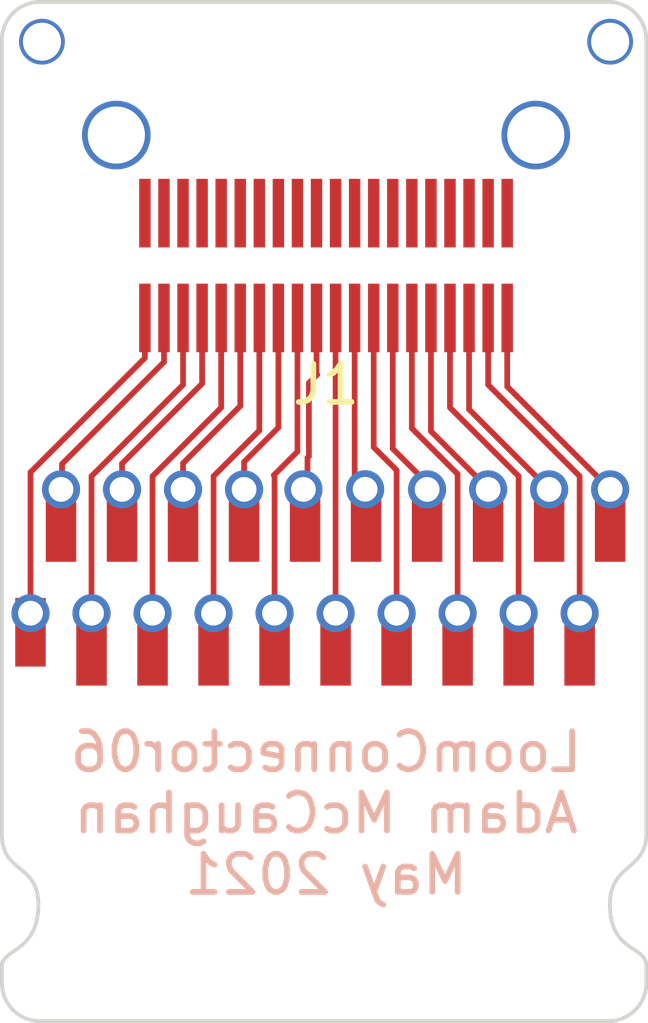
<source format=kicad_pcb>
(kicad_pcb (version 20171130) (host pcbnew "(5.1.10)-1")

  (general
    (thickness 1.6)
    (drawings 95)
    (tracks 87)
    (zones 0)
    (modules 1)
    (nets 22)
  )

  (page A4)
  (layers
    (0 F.Cu signal)
    (31 B.Cu signal)
    (32 B.Adhes user)
    (33 F.Adhes user)
    (34 B.Paste user)
    (35 F.Paste user)
    (36 B.SilkS user)
    (37 F.SilkS user hide)
    (38 B.Mask user)
    (39 F.Mask user)
    (40 Dwgs.User user hide)
    (41 Cmts.User user hide)
    (42 Eco1.User user hide)
    (43 Eco2.User user hide)
    (44 Edge.Cuts user)
    (45 Margin user hide)
    (46 B.CrtYd user)
    (47 F.CrtYd user hide)
    (48 B.Fab user)
    (49 F.Fab user hide)
  )

  (setup
    (last_trace_width 0.15)
    (user_trace_width 0.15)
    (trace_clearance 0.15)
    (zone_clearance 0.508)
    (zone_45_only no)
    (trace_min 0.15)
    (via_size 0.8)
    (via_drill 0.4)
    (via_min_size 0.4)
    (via_min_drill 0.3)
    (uvia_size 0.3)
    (uvia_drill 0.1)
    (uvias_allowed no)
    (uvia_min_size 0.2)
    (uvia_min_drill 0.1)
    (edge_width 0.05)
    (segment_width 0.2)
    (pcb_text_width 0.3)
    (pcb_text_size 1.5 1.5)
    (mod_edge_width 0.12)
    (mod_text_size 1 1)
    (mod_text_width 0.15)
    (pad_size 1.524 1.524)
    (pad_drill 0.762)
    (pad_to_mask_clearance 0)
    (solder_mask_min_width 0.25)
    (aux_axis_origin 0 0)
    (grid_origin 127 91)
    (visible_elements 7FFFFFFF)
    (pcbplotparams
      (layerselection 0x010f0_ffffffff)
      (usegerberextensions true)
      (usegerberattributes false)
      (usegerberadvancedattributes false)
      (creategerberjobfile false)
      (excludeedgelayer true)
      (linewidth 0.100000)
      (plotframeref false)
      (viasonmask false)
      (mode 1)
      (useauxorigin false)
      (hpglpennumber 1)
      (hpglpenspeed 20)
      (hpglpendiameter 15.000000)
      (psnegative false)
      (psa4output false)
      (plotreference true)
      (plotvalue true)
      (plotinvisibletext false)
      (padsonsilk false)
      (subtractmaskfromsilk false)
      (outputformat 1)
      (mirror false)
      (drillshape 0)
      (scaleselection 1)
      (outputdirectory "Gerber Files/"))
  )

  (net 0 "")
  (net 1 "Net-(J1-Pad21)")
  (net 2 "Net-(J1-Pad20)")
  (net 3 "Net-(J1-Pad19)")
  (net 4 "Net-(J1-Pad18)")
  (net 5 "Net-(J1-Pad17)")
  (net 6 "Net-(J1-Pad16)")
  (net 7 "Net-(J1-Pad15)")
  (net 8 "Net-(J1-Pad14)")
  (net 9 "Net-(J1-Pad13)")
  (net 10 "Net-(J1-Pad12)")
  (net 11 "Net-(J1-Pad11)")
  (net 12 "Net-(J1-Pad10)")
  (net 13 "Net-(J1-Pad9)")
  (net 14 "Net-(J1-Pad8)")
  (net 15 "Net-(J1-Pad7)")
  (net 16 "Net-(J1-Pad6)")
  (net 17 "Net-(J1-Pad5)")
  (net 18 "Net-(J1-Pad4)")
  (net 19 "Net-(J1-Pad3)")
  (net 20 "Net-(J1-Pad2)")
  (net 21 "Net-(J1-Pad1)")

  (net_class Default "This is the default net class."
    (clearance 0.15)
    (trace_width 0.15)
    (via_dia 0.8)
    (via_drill 0.4)
    (uvia_dia 0.3)
    (uvia_drill 0.1)
    (add_net "Net-(J1-Pad1)")
    (add_net "Net-(J1-Pad10)")
    (add_net "Net-(J1-Pad11)")
    (add_net "Net-(J1-Pad12)")
    (add_net "Net-(J1-Pad13)")
    (add_net "Net-(J1-Pad14)")
    (add_net "Net-(J1-Pad15)")
    (add_net "Net-(J1-Pad16)")
    (add_net "Net-(J1-Pad17)")
    (add_net "Net-(J1-Pad18)")
    (add_net "Net-(J1-Pad19)")
    (add_net "Net-(J1-Pad2)")
    (add_net "Net-(J1-Pad20)")
    (add_net "Net-(J1-Pad21)")
    (add_net "Net-(J1-Pad3)")
    (add_net "Net-(J1-Pad4)")
    (add_net "Net-(J1-Pad5)")
    (add_net "Net-(J1-Pad6)")
    (add_net "Net-(J1-Pad7)")
    (add_net "Net-(J1-Pad8)")
    (add_net "Net-(J1-Pad9)")
  )

  (module LSHM-120-01-L-DH-A-S-TR:LSHM-120-01-L-DH-A-S-TR (layer F.Cu) (tedit 5FAB3298) (tstamp 5FC5B22F)
    (at 136.25 69.75 180)
    (path /5DB1E820)
    (fp_text reference J1 (at 0 -4.5) (layer F.SilkS)
      (effects (font (size 1 1) (thickness 0.15)))
    )
    (fp_text value Conn_2Rows-45Pins (at 0.75 7.75) (layer F.Fab)
      (effects (font (size 1 1) (thickness 0.15)))
    )
    (pad 44 thru_hole circle (at 7.45 4.5 270) (size 1.2 1.2) (drill 1) (layers *.Cu *.Mask)
      (net 1 "Net-(J1-Pad21)"))
    (pad 43 thru_hole circle (at -7.45 4.5 270) (size 1.2 1.2) (drill 1) (layers *.Cu *.Mask)
      (net 1 "Net-(J1-Pad21)") (solder_paste_margin -0.5))
    (pad 42 thru_hole circle (at 5.5 2.05 270) (size 1.8 1.8) (drill 1.5) (layers *.Cu *.Mask)
      (net 1 "Net-(J1-Pad21)"))
    (pad 41 thru_hole circle (at -5.5 2.05 270) (size 1.8 1.8) (drill 1.5) (layers *.Cu *.Mask)
      (net 1 "Net-(J1-Pad21)"))
    (pad 40 smd rect (at 4.75 0 270) (size 1.8 0.3) (layers F.Cu F.Paste F.Mask)
      (net 1 "Net-(J1-Pad21)"))
    (pad 39 smd rect (at 4.25 0 270) (size 1.8 0.3) (layers F.Cu F.Paste F.Mask)
      (net 1 "Net-(J1-Pad21)"))
    (pad 38 smd rect (at 3.75 0 270) (size 1.8 0.3) (layers F.Cu F.Paste F.Mask)
      (net 1 "Net-(J1-Pad21)"))
    (pad 37 smd rect (at 3.25 0 270) (size 1.8 0.3) (layers F.Cu F.Paste F.Mask)
      (net 1 "Net-(J1-Pad21)"))
    (pad 36 smd rect (at 2.75 0 270) (size 1.8 0.3) (layers F.Cu F.Paste F.Mask)
      (net 1 "Net-(J1-Pad21)"))
    (pad 35 smd rect (at 2.25 0 270) (size 1.8 0.3) (layers F.Cu F.Paste F.Mask)
      (net 1 "Net-(J1-Pad21)"))
    (pad 34 smd rect (at 1.75 0 270) (size 1.8 0.3) (layers F.Cu F.Paste F.Mask)
      (net 1 "Net-(J1-Pad21)"))
    (pad 33 smd rect (at 1.25 0 270) (size 1.8 0.3) (layers F.Cu F.Paste F.Mask)
      (net 1 "Net-(J1-Pad21)"))
    (pad 32 smd rect (at 0.75 0 270) (size 1.8 0.3) (layers F.Cu F.Paste F.Mask)
      (net 1 "Net-(J1-Pad21)"))
    (pad 31 smd rect (at 0.25 0 270) (size 1.8 0.3) (layers F.Cu F.Paste F.Mask)
      (net 1 "Net-(J1-Pad21)"))
    (pad 30 smd rect (at -0.25 0 270) (size 1.8 0.3) (layers F.Cu F.Paste F.Mask)
      (net 1 "Net-(J1-Pad21)"))
    (pad 29 smd rect (at -0.75 0 270) (size 1.8 0.3) (layers F.Cu F.Paste F.Mask)
      (net 1 "Net-(J1-Pad21)"))
    (pad 28 smd rect (at -1.25 0 270) (size 1.8 0.3) (layers F.Cu F.Paste F.Mask)
      (net 1 "Net-(J1-Pad21)"))
    (pad 27 smd rect (at -1.75 0 270) (size 1.8 0.3) (layers F.Cu F.Paste F.Mask)
      (net 1 "Net-(J1-Pad21)"))
    (pad 26 smd rect (at -2.25 0 270) (size 1.8 0.3) (layers F.Cu F.Paste F.Mask)
      (net 1 "Net-(J1-Pad21)"))
    (pad 25 smd rect (at -2.75 0 270) (size 1.8 0.3) (layers F.Cu F.Paste F.Mask)
      (net 1 "Net-(J1-Pad21)"))
    (pad 24 smd rect (at -3.25 0 270) (size 1.8 0.3) (layers F.Cu F.Paste F.Mask)
      (net 1 "Net-(J1-Pad21)"))
    (pad 23 smd rect (at -3.75 0 270) (size 1.8 0.3) (layers F.Cu F.Paste F.Mask)
      (net 1 "Net-(J1-Pad21)"))
    (pad 22 smd rect (at -4.25 0 270) (size 1.8 0.3) (layers F.Cu F.Paste F.Mask)
      (net 1 "Net-(J1-Pad21)"))
    (pad 21 smd rect (at -4.75 0 270) (size 1.8 0.3) (layers F.Cu F.Paste F.Mask)
      (net 1 "Net-(J1-Pad21)"))
    (pad 20 smd rect (at 4.75 -2.75 270) (size 1.8 0.3) (layers F.Cu F.Paste F.Mask)
      (net 2 "Net-(J1-Pad20)"))
    (pad 19 smd rect (at 4.25 -2.75 270) (size 1.8 0.3) (layers F.Cu F.Paste F.Mask)
      (net 3 "Net-(J1-Pad19)"))
    (pad 18 smd rect (at 3.75 -2.75 270) (size 1.8 0.3) (layers F.Cu F.Paste F.Mask)
      (net 4 "Net-(J1-Pad18)"))
    (pad 17 smd rect (at 3.25 -2.75 270) (size 1.8 0.3) (layers F.Cu F.Paste F.Mask)
      (net 5 "Net-(J1-Pad17)"))
    (pad 16 smd rect (at 2.75 -2.75 270) (size 1.8 0.3) (layers F.Cu F.Paste F.Mask)
      (net 6 "Net-(J1-Pad16)"))
    (pad 15 smd rect (at 2.25 -2.75 270) (size 1.8 0.3) (layers F.Cu F.Paste F.Mask)
      (net 7 "Net-(J1-Pad15)"))
    (pad 14 smd rect (at 1.75 -2.75 270) (size 1.8 0.3) (layers F.Cu F.Paste F.Mask)
      (net 8 "Net-(J1-Pad14)"))
    (pad 13 smd rect (at 1.25 -2.75 270) (size 1.8 0.3) (layers F.Cu F.Paste F.Mask)
      (net 9 "Net-(J1-Pad13)"))
    (pad 12 smd rect (at 0.75 -2.75 270) (size 1.8 0.3) (layers F.Cu F.Paste F.Mask)
      (net 10 "Net-(J1-Pad12)"))
    (pad 11 smd rect (at 0.25 -2.75 270) (size 1.8 0.3) (layers F.Cu F.Paste F.Mask)
      (net 11 "Net-(J1-Pad11)"))
    (pad 10 smd rect (at -0.25 -2.75 270) (size 1.8 0.3) (layers F.Cu F.Paste F.Mask)
      (net 12 "Net-(J1-Pad10)"))
    (pad 9 smd rect (at -0.75 -2.75 270) (size 1.8 0.3) (layers F.Cu F.Paste F.Mask)
      (net 13 "Net-(J1-Pad9)"))
    (pad 8 smd rect (at -1.25 -2.75 270) (size 1.8 0.3) (layers F.Cu F.Paste F.Mask)
      (net 14 "Net-(J1-Pad8)"))
    (pad 7 smd rect (at -1.75 -2.75 270) (size 1.8 0.3) (layers F.Cu F.Paste F.Mask)
      (net 15 "Net-(J1-Pad7)"))
    (pad 6 smd rect (at -2.25 -2.75 270) (size 1.8 0.3) (layers F.Cu F.Paste F.Mask)
      (net 16 "Net-(J1-Pad6)"))
    (pad 5 smd rect (at -2.75 -2.75 270) (size 1.8 0.3) (layers F.Cu F.Paste F.Mask)
      (net 17 "Net-(J1-Pad5)"))
    (pad 4 smd rect (at -3.25 -2.75 270) (size 1.8 0.3) (layers F.Cu F.Paste F.Mask)
      (net 18 "Net-(J1-Pad4)"))
    (pad 3 smd rect (at -3.75 -2.75 270) (size 1.8 0.3) (layers F.Cu F.Paste F.Mask)
      (net 19 "Net-(J1-Pad3)"))
    (pad 2 smd rect (at -4.25 -2.75 270) (size 1.8 0.3) (layers F.Cu F.Paste F.Mask)
      (net 20 "Net-(J1-Pad2)"))
    (pad 1 smd rect (at -4.75 -2.75 270) (size 1.8 0.3) (layers F.Cu F.Paste F.Mask)
      (net 21 "Net-(J1-Pad1)"))
    (model ${KIPRJMOD}/CryoLoomBreakout02.pretty/LSHM-120-01-L-DH-A-S-TR.stp
      (offset (xyz 0 -0.3 2.5))
      (scale (xyz 1 1 1))
      (rotate (xyz -90 0 0))
    )
  )

  (gr_circle (center 130.9 77) (end 131.2 77) (layer B.Mask) (width 0.6) (tstamp 5FC5B2B2))
  (gr_circle (center 140.5 77) (end 140.8 77) (layer B.Mask) (width 0.6) (tstamp 5FC5B2A3))
  (gr_circle (center 138.9 77) (end 139.2 77) (layer B.Mask) (width 0.6) (tstamp 5FC5B29A))
  (gr_circle (center 132.5 77) (end 132.8 77) (layer B.Mask) (width 0.6) (tstamp 5FC5B2A6))
  (gr_circle (center 134.1 77) (end 134.4 77) (layer B.Mask) (width 0.6) (tstamp 5FC5B2C7))
  (gr_circle (center 141.3 80.25) (end 141.6 80.25) (layer B.Mask) (width 0.6) (tstamp 5FC5B297))
  (gr_circle (center 142.1 77) (end 142.4 77) (layer B.Mask) (width 0.6) (tstamp 5FC5B28E))
  (gr_circle (center 137.3 77) (end 137.6 77) (layer B.Mask) (width 0.6) (tstamp 5FC5B2B8))
  (gr_circle (center 135.7 77) (end 136 77) (layer B.Mask) (width 0.6) (tstamp 5FC5B2A9))
  (gr_circle (center 142.9 80.25) (end 143.2 80.25) (layer B.Mask) (width 0.6) (tstamp 5FC5B2C4))
  (gr_circle (center 129.3 77) (end 129.6 77) (layer B.Mask) (width 0.6) (tstamp 5FC5B294))
  (gr_circle (center 143.7 77) (end 144 77) (layer B.Mask) (width 0.6) (tstamp 5FC5B2B5))
  (gr_circle (center 139.7 80.25) (end 140 80.25) (layer B.Mask) (width 0.6) (tstamp 5FC5B2A0))
  (gr_circle (center 128.5 80.25) (end 128.8 80.25) (layer B.Mask) (width 0.6) (tstamp 5FC5B2BB))
  (gr_circle (center 138.1 80.25) (end 138.4 80.25) (layer B.Mask) (width 0.6) (tstamp 5FC5B291))
  (gr_circle (center 136.5 80.25) (end 136.8 80.25) (layer B.Mask) (width 0.6) (tstamp 5FC5B29D))
  (gr_circle (center 134.9 80.25) (end 135.2 80.25) (layer B.Mask) (width 0.6) (tstamp 5FC5B2C1))
  (gr_circle (center 133.3 80.25) (end 133.6 80.25) (layer B.Mask) (width 0.6) (tstamp 5FC5B2AF))
  (gr_circle (center 131.7 80.25) (end 132 80.25) (layer B.Mask) (width 0.6) (tstamp 5FC5B2AC))
  (gr_circle (center 130.1 80.25) (end 130.4 80.25) (layer B.Mask) (width 0.6) (tstamp 5FC5B2BE))
  (gr_circle (center 141.3 80.25) (end 141.6 80.25) (layer F.Mask) (width 0.6) (tstamp 5FC5B117))
  (gr_circle (center 142.9 80.25) (end 143.2 80.25) (layer F.Mask) (width 0.6) (tstamp 5FC5B116))
  (gr_circle (center 139.7 80.25) (end 140 80.25) (layer F.Mask) (width 0.6) (tstamp 5FC5B115))
  (gr_circle (center 128.5 80.25) (end 128.8 80.25) (layer F.Mask) (width 0.6) (tstamp 5FC5B114))
  (gr_circle (center 138.1 80.25) (end 138.4 80.25) (layer F.Mask) (width 0.6) (tstamp 5FC5B113))
  (gr_circle (center 136.5 80.25) (end 136.8 80.25) (layer F.Mask) (width 0.6) (tstamp 5FC5B112))
  (gr_circle (center 134.9 80.25) (end 135.2 80.25) (layer F.Mask) (width 0.6) (tstamp 5FC5B111))
  (gr_circle (center 133.3 80.25) (end 133.6 80.25) (layer F.Mask) (width 0.6) (tstamp 5FC5B110))
  (gr_circle (center 131.7 80.25) (end 132 80.25) (layer F.Mask) (width 0.6) (tstamp 5FC5B10F))
  (gr_circle (center 130.1 80.25) (end 130.4 80.25) (layer F.Mask) (width 0.6) (tstamp 5FC5B10E))
  (gr_circle (center 129.3 77) (end 129.6 77) (layer F.Mask) (width 0.6))
  (gr_circle (center 143.7 77) (end 144 77) (layer F.Mask) (width 0.6) (tstamp 5FC5B0FD))
  (gr_circle (center 142.1 77) (end 142.4 77) (layer F.Mask) (width 0.6) (tstamp 5FC5B0FB))
  (gr_circle (center 140.5 77) (end 140.8 77) (layer F.Mask) (width 0.6) (tstamp 5FC5B0F9))
  (gr_circle (center 138.9 77) (end 139.2 77) (layer F.Mask) (width 0.6) (tstamp 5FC5B0F7))
  (gr_circle (center 137.3 77) (end 137.6 77) (layer F.Mask) (width 0.6) (tstamp 5FC5B0F5))
  (gr_circle (center 135.7 77) (end 136 77) (layer F.Mask) (width 0.6) (tstamp 5FC5B0F3))
  (gr_circle (center 134.1 77) (end 134.4 77) (layer F.Mask) (width 0.6) (tstamp 5FC5B0F1))
  (gr_circle (center 132.5 77) (end 132.8 77) (layer F.Mask) (width 0.6) (tstamp 5FC5B0EF))
  (gr_circle (center 130.9 77) (end 131.2 77) (layer F.Mask) (width 0.6) (tstamp 5FC5B0ED))
  (gr_curve (pts (xy 144.649744 89.5) (xy 144.638182 88.967817) (xy 143.703949 89.144273) (xy 143.693731 87.917152)) (layer Edge.Cuts) (width 0.1))
  (gr_curve (pts (xy 127.75 89.955581) (xy 127.75 90.509581) (xy 128.195939 90.955521) (xy 128.74994 90.955521)) (layer Edge.Cuts) (width 0.1))
  (gr_curve (pts (xy 128.706014 87.917152) (xy 128.695801 89.144273) (xy 127.749744 89.062311) (xy 127.75 89.5)) (layer Edge.Cuts) (width 0.1))
  (gr_line (start 143.649805 64.205427) (end 128.74994 64.205427) (layer Edge.Cuts) (width 0.1))
  (gr_line (start 144.649744 89.955581) (end 144.649744 89.5) (layer Edge.Cuts) (width 0.1))
  (gr_curve (pts (xy 128.74994 64.205427) (xy 128.195939 64.205427) (xy 127.75 64.651366) (xy 127.75 65.205367)) (layer Edge.Cuts) (width 0.1))
  (gr_curve (pts (xy 127.75 86.052149) (xy 127.752805 87.099838) (xy 128.715272 86.804759) (xy 128.706014 87.917152)) (layer Edge.Cuts) (width 0.1))
  (gr_curve (pts (xy 144.649744 65.205367) (xy 144.649744 64.651366) (xy 144.203805 64.205427) (xy 143.649805 64.205427)) (layer Edge.Cuts) (width 0.1))
  (gr_line (start 128.74994 90.955521) (end 143.649805 90.955521) (layer Edge.Cuts) (width 0.1))
  (gr_line (start 144.649744 86.051633) (end 144.649744 65.205367) (layer Edge.Cuts) (width 0.1))
  (gr_curve (pts (xy 143.693731 87.917152) (xy 143.68447 86.804571) (xy 144.640841 87.021638) (xy 144.649744 86.051633)) (layer Edge.Cuts) (width 0.1))
  (gr_curve (pts (xy 143.649805 90.955521) (xy 144.203805 90.955521) (xy 144.649744 90.509581) (xy 144.649744 89.955581)) (layer Edge.Cuts) (width 0.1))
  (gr_line (start 127.75 65.205367) (end 127.75 86.052149) (layer Edge.Cuts) (width 0.1))
  (gr_line (start 127.75 89.5) (end 127.75 89.955581) (layer Edge.Cuts) (width 0.1))
  (gr_poly (pts (xy 142.5 80.35) (xy 142.5 82.15) (xy 143.3 82.15) (xy 143.3 80.35)) (layer F.Mask) (width 0) (tstamp 5DB26F2B))
  (gr_poly (pts (xy 140.9 80.35) (xy 140.9 82.15) (xy 141.7 82.15) (xy 141.7 80.35)) (layer F.Mask) (width 0) (tstamp 5DB26F29))
  (gr_poly (pts (xy 139.3 80.35) (xy 139.3 82.15) (xy 140.1 82.15) (xy 140.1 80.35)) (layer F.Mask) (width 0) (tstamp 5DB26F27))
  (gr_poly (pts (xy 137.7 80.35) (xy 137.7 82.15) (xy 138.5 82.15) (xy 138.5 80.35)) (layer F.Mask) (width 0) (tstamp 5DB26F25))
  (gr_poly (pts (xy 136.1 80.35) (xy 136.1 82.15) (xy 136.9 82.15) (xy 136.9 80.35)) (layer F.Mask) (width 0) (tstamp 5DB26F23))
  (gr_poly (pts (xy 134.5 80.35) (xy 134.5 82.15) (xy 135.3 82.15) (xy 135.3 80.35)) (layer F.Mask) (width 0) (tstamp 5DB26F21))
  (gr_poly (pts (xy 132.9 80.35) (xy 132.9 82.15) (xy 133.7 82.15) (xy 133.7 80.35)) (layer F.Mask) (width 0) (tstamp 5DB26F1F))
  (gr_poly (pts (xy 131.3 80.35) (xy 131.3 82.15) (xy 132.1 82.15) (xy 132.1 80.35)) (layer F.Mask) (width 0) (tstamp 5DB26F1D))
  (gr_poly (pts (xy 129.7 80.35) (xy 129.7 82.15) (xy 130.5 82.15) (xy 130.5 80.35)) (layer F.Mask) (width 0) (tstamp 5DB26F1B))
  (gr_poly (pts (xy 143.3 77.1) (xy 143.3 78.9) (xy 144.1 78.9) (xy 144.1 77.1)) (layer F.Mask) (width 0) (tstamp 5DB26F17))
  (gr_poly (pts (xy 141.7 77.1) (xy 141.7 78.9) (xy 142.5 78.9) (xy 142.5 77.1)) (layer F.Mask) (width 0) (tstamp 5DB26F15))
  (gr_poly (pts (xy 140.1 77.1) (xy 140.1 78.9) (xy 140.9 78.9) (xy 140.9 77.1)) (layer F.Mask) (width 0) (tstamp 5DB26F13))
  (gr_poly (pts (xy 138.5 77.1) (xy 138.5 78.9) (xy 139.3 78.9) (xy 139.3 77.1)) (layer F.Mask) (width 0) (tstamp 5DB26F11))
  (gr_poly (pts (xy 136.9 77.1) (xy 136.9 78.9) (xy 137.7 78.9) (xy 137.7 77.1)) (layer F.Mask) (width 0) (tstamp 5DB26F0F))
  (gr_poly (pts (xy 135.3 77.1) (xy 135.3 78.9) (xy 136.1 78.9) (xy 136.1 77.1)) (layer F.Mask) (width 0) (tstamp 5DB26F0D))
  (gr_poly (pts (xy 133.7 77.1) (xy 133.7 78.9) (xy 134.5 78.9) (xy 134.5 77.1)) (layer F.Mask) (width 0) (tstamp 5DB26F0B))
  (gr_poly (pts (xy 132.1 77.1) (xy 132.1 78.9) (xy 132.9 78.9) (xy 132.9 77.1)) (layer F.Mask) (width 0) (tstamp 5DB26F09))
  (gr_poly (pts (xy 130.5 77.1) (xy 130.5 78.9) (xy 131.3 78.9) (xy 131.3 77.1)) (layer F.Mask) (width 0) (tstamp 5DB26F07))
  (gr_poly (pts (xy 128.1 79.85) (xy 128.1 81.65) (xy 128.9 81.65) (xy 128.9 79.85)) (layer F.Mask) (width 0) (tstamp 5DB26E2E))
  (gr_text "LoomConnector06\nAdam McCaughan\nMay 2021" (at 136.25 85.5) (layer B.SilkS)
    (effects (font (size 1 1) (thickness 0.15)) (justify mirror))
  )
  (gr_poly (pts (xy 128.9 77.1) (xy 128.9 78.9) (xy 129.7 78.9) (xy 129.7 77.1)) (layer F.Mask) (width 0) (tstamp 5DB26E6C))
  (gr_poly (pts (xy 142.5 80.35) (xy 142.5 82.15) (xy 143.3 82.15) (xy 143.3 80.35)) (layer F.Cu) (width 0) (tstamp 5DB26DFA))
  (gr_poly (pts (xy 140.9 80.35) (xy 140.9 82.15) (xy 141.7 82.15) (xy 141.7 80.35)) (layer F.Cu) (width 0) (tstamp 5DB26DFA))
  (gr_poly (pts (xy 139.3 80.35) (xy 139.3 82.15) (xy 140.1 82.15) (xy 140.1 80.35)) (layer F.Cu) (width 0) (tstamp 5DB26DFA))
  (gr_poly (pts (xy 137.7 80.35) (xy 137.7 82.15) (xy 138.5 82.15) (xy 138.5 80.35)) (layer F.Cu) (width 0) (tstamp 5DB26DFA))
  (gr_poly (pts (xy 136.1 80.35) (xy 136.1 82.15) (xy 136.9 82.15) (xy 136.9 80.35)) (layer F.Cu) (width 0) (tstamp 5DB26DFA))
  (gr_poly (pts (xy 134.5 80.35) (xy 134.5 82.15) (xy 135.3 82.15) (xy 135.3 80.35)) (layer F.Cu) (width 0) (tstamp 5DB26DFA))
  (gr_poly (pts (xy 132.9 80.35) (xy 132.9 82.15) (xy 133.7 82.15) (xy 133.7 80.35)) (layer F.Cu) (width 0) (tstamp 5DB26DFA))
  (gr_poly (pts (xy 131.3 80.35) (xy 131.3 82.15) (xy 132.1 82.15) (xy 132.1 80.35)) (layer F.Cu) (width 0) (tstamp 5DB26DFA))
  (gr_poly (pts (xy 129.7 80.35) (xy 129.7 82.15) (xy 130.5 82.15) (xy 130.5 80.35)) (layer F.Cu) (width 0) (tstamp 5DB26DFA))
  (gr_poly (pts (xy 128.1 79.85) (xy 128.1 81.65) (xy 128.9 81.65) (xy 128.9 79.85)) (layer F.Cu) (width 0) (tstamp 5DB26DFA))
  (gr_poly (pts (xy 143.3 77.1) (xy 143.3 78.9) (xy 144.1 78.9) (xy 144.1 77.1)) (layer F.Cu) (width 0) (tstamp 5DB26DFA))
  (gr_poly (pts (xy 141.7 77.1) (xy 141.7 78.9) (xy 142.5 78.9) (xy 142.5 77.1)) (layer F.Cu) (width 0) (tstamp 5DB26DFA))
  (gr_poly (pts (xy 140.1 77.1) (xy 140.1 78.9) (xy 140.9 78.9) (xy 140.9 77.1)) (layer F.Cu) (width 0) (tstamp 5DB26DFA))
  (gr_poly (pts (xy 138.5 77.1) (xy 138.5 78.9) (xy 139.3 78.9) (xy 139.3 77.1)) (layer F.Cu) (width 0) (tstamp 5DB26DFA))
  (gr_poly (pts (xy 136.9 77.1) (xy 136.9 78.9) (xy 137.7 78.9) (xy 137.7 77.1)) (layer F.Cu) (width 0) (tstamp 5DB26DFA))
  (gr_poly (pts (xy 135.3 77.1) (xy 135.3 78.9) (xy 136.1 78.9) (xy 136.1 77.1)) (layer F.Cu) (width 0) (tstamp 5DB26DFA))
  (gr_poly (pts (xy 133.7 77.1) (xy 133.7 78.9) (xy 134.5 78.9) (xy 134.5 77.1)) (layer F.Cu) (width 0) (tstamp 5DB26DFA))
  (gr_poly (pts (xy 132.1 77.1) (xy 132.1 78.9) (xy 132.9 78.9) (xy 132.9 77.1)) (layer F.Cu) (width 0) (tstamp 5DB26DFA))
  (gr_poly (pts (xy 130.5 77.1) (xy 130.5 78.9) (xy 131.3 78.9) (xy 131.3 77.1)) (layer F.Cu) (width 0) (tstamp 5DB26DFA))
  (gr_poly (pts (xy 128.9 77.1) (xy 128.9 78.9) (xy 129.7 78.9) (xy 129.7 77.1)) (layer F.Cu) (width 0))

  (via (at 128.5 80.25) (size 1) (drill 0.65) (layers F.Cu B.Cu) (net 2))
  (segment (start 128.5 79.472183) (end 128.5 80.25) (width 0.15) (layer F.Cu) (net 2))
  (segment (start 131.5 73.55) (end 128.5 76.55) (width 0.15) (layer F.Cu) (net 2))
  (segment (start 131.5 72.5) (end 131.5 73.55) (width 0.15) (layer F.Cu) (net 2))
  (segment (start 128.5 76.55) (end 128.5 79.472183) (width 0.15) (layer F.Cu) (net 2))
  (via (at 129.3 77) (size 1) (drill 0.65) (layers F.Cu B.Cu) (net 3))
  (segment (start 129.32664 76.97336) (end 129.3 77) (width 0.15) (layer F.Cu) (net 3))
  (segment (start 129.32664 76.33208) (end 129.32664 76.97336) (width 0.15) (layer F.Cu) (net 3))
  (segment (start 132 72.5) (end 132 73.65872) (width 0.15) (layer F.Cu) (net 3))
  (segment (start 132 73.65872) (end 129.32664 76.33208) (width 0.15) (layer F.Cu) (net 3))
  (via (at 130.1 80.25) (size 1) (drill 0.65) (layers F.Cu B.Cu) (net 4))
  (segment (start 130.1 79.472183) (end 130.1 80.25) (width 0.15) (layer F.Cu) (net 4))
  (segment (start 132.5 74.252998) (end 130.1 76.652998) (width 0.15) (layer F.Cu) (net 4))
  (segment (start 132.5 72.5) (end 132.5 74.252998) (width 0.15) (layer F.Cu) (net 4))
  (segment (start 130.1 76.652998) (end 130.1 79.472183) (width 0.15) (layer F.Cu) (net 4))
  (via (at 130.9 77) (size 1) (drill 0.65) (layers F.Cu B.Cu) (net 5))
  (segment (start 130.9 76.32336) (end 130.9 77) (width 0.15) (layer F.Cu) (net 5))
  (segment (start 133 72.5) (end 133 74.22336) (width 0.15) (layer F.Cu) (net 5))
  (segment (start 133 74.22336) (end 130.9 76.32336) (width 0.15) (layer F.Cu) (net 5))
  (via (at 131.700004 80.25) (size 1) (drill 0.65) (layers F.Cu B.Cu) (net 6))
  (segment (start 133.5 72.5) (end 133.5 74.852998) (width 0.15) (layer F.Cu) (net 6))
  (segment (start 133.5 74.852998) (end 131.700004 76.652994) (width 0.15) (layer F.Cu) (net 6))
  (segment (start 131.700004 79.472183) (end 131.700004 80.25) (width 0.15) (layer F.Cu) (net 6))
  (segment (start 131.700004 76.652994) (end 131.700004 79.472183) (width 0.15) (layer F.Cu) (net 6))
  (via (at 132.5 77) (size 1) (drill 0.65) (layers F.Cu B.Cu) (net 7))
  (segment (start 132.5 76.3134) (end 132.5 77) (width 0.15) (layer F.Cu) (net 7))
  (segment (start 134 72.5) (end 134 74.8134) (width 0.15) (layer F.Cu) (net 7))
  (segment (start 134 74.8134) (end 132.5 76.3134) (width 0.15) (layer F.Cu) (net 7))
  (via (at 133.3 80.25) (size 1) (drill 0.65) (layers F.Cu B.Cu) (net 8))
  (segment (start 133.3 79.472183) (end 133.3 80.25) (width 0.15) (layer F.Cu) (net 8))
  (segment (start 133.3 76.652998) (end 133.3 79.472183) (width 0.15) (layer F.Cu) (net 8))
  (segment (start 134.5 72.5) (end 134.5 75.452998) (width 0.15) (layer F.Cu) (net 8))
  (segment (start 134.5 75.452998) (end 133.3 76.652998) (width 0.15) (layer F.Cu) (net 8))
  (via (at 134.1 77) (size 1) (drill 0.65) (layers F.Cu B.Cu) (net 9))
  (segment (start 134.1 76.27804) (end 134.1 77) (width 0.15) (layer F.Cu) (net 9))
  (segment (start 135 72.5) (end 135 75.37804) (width 0.15) (layer F.Cu) (net 9))
  (segment (start 135 75.37804) (end 134.1 76.27804) (width 0.15) (layer F.Cu) (net 9))
  (via (at 134.899988 80.25) (size 1) (drill 0.65) (layers F.Cu B.Cu) (net 10))
  (segment (start 135.5 72.5) (end 135.5 76.009318) (width 0.15) (layer F.Cu) (net 10))
  (segment (start 135.5 76.009318) (end 134.881319 76.627999) (width 0.15) (layer F.Cu) (net 10))
  (segment (start 134.899988 76.646668) (end 134.899988 80.25) (width 0.15) (layer F.Cu) (net 10))
  (segment (start 134.881319 76.627999) (end 134.899988 76.646668) (width 0.15) (layer F.Cu) (net 10))
  (via (at 135.65632 77) (size 1) (drill 0.65) (layers F.Cu B.Cu) (net 11))
  (segment (start 135.763 76.836977) (end 135.599977 77) (width 0.15) (layer F.Cu) (net 11))
  (segment (start 136 73.9732) (end 136.017 73.9902) (width 0.15) (layer F.Cu) (net 11))
  (segment (start 136 72.5) (end 136 73.9732) (width 0.15) (layer F.Cu) (net 11))
  (segment (start 136.017 73.9902) (end 135.80001 74.20719) (width 0.15) (layer F.Cu) (net 11))
  (segment (start 135.80001 74.20719) (end 135.80001 76.133586) (width 0.15) (layer F.Cu) (net 11))
  (segment (start 135.80001 76.133586) (end 135.763 76.170596) (width 0.15) (layer F.Cu) (net 11))
  (segment (start 135.763 76.170596) (end 135.763 76.836977) (width 0.15) (layer F.Cu) (net 11))
  (via (at 136.5 80.25) (size 1) (drill 0.65) (layers F.Cu B.Cu) (net 12))
  (segment (start 136.5 79.542894) (end 136.5 72.5) (width 0.15) (layer F.Cu) (net 12))
  (segment (start 136.5 80.25) (end 136.5 79.542894) (width 0.15) (layer F.Cu) (net 12))
  (segment (start 137 72.5) (end 137 76.721611) (width 0.15) (layer F.Cu) (net 13))
  (segment (start 137 76.721611) (end 137.27501 76.996621) (width 0.15) (layer F.Cu) (net 13))
  (via (at 137.27501 76.996621) (size 1) (drill 0.65) (layers F.Cu B.Cu) (net 13))
  (via (at 138.1 80.25) (size 1) (drill 0.65) (layers F.Cu B.Cu) (net 14))
  (segment (start 137.5 75.89484) (end 137.5 72.5) (width 0.15) (layer F.Cu) (net 14))
  (segment (start 138.1 80.25) (end 138.1 76.49484) (width 0.15) (layer F.Cu) (net 14))
  (segment (start 138.1 76.49484) (end 137.5 75.89484) (width 0.15) (layer F.Cu) (net 14))
  (via (at 138.9 77) (size 1) (drill 0.65) (layers F.Cu B.Cu) (net 15))
  (segment (start 138 73.55) (end 138 72.5) (width 0.15) (layer F.Cu) (net 15))
  (segment (start 138 75.93256) (end 138 73.55) (width 0.15) (layer F.Cu) (net 15))
  (segment (start 138.9 77) (end 138.9 76.83256) (width 0.15) (layer F.Cu) (net 15))
  (segment (start 138.9 76.83256) (end 138 75.93256) (width 0.15) (layer F.Cu) (net 15))
  (via (at 139.7 80.25) (size 1) (drill 0.65) (layers F.Cu B.Cu) (net 16))
  (segment (start 138.5 75.397905) (end 138.5 72.5) (width 0.15) (layer F.Cu) (net 16))
  (segment (start 139.7 80.25) (end 139.7 76.597905) (width 0.15) (layer F.Cu) (net 16))
  (segment (start 139.7 76.597905) (end 138.5 75.397905) (width 0.15) (layer F.Cu) (net 16))
  (via (at 140.5 77) (size 1) (drill 0.65) (layers F.Cu B.Cu) (net 17))
  (segment (start 140.5 76.973627) (end 140.5 77) (width 0.15) (layer F.Cu) (net 17))
  (segment (start 139 75.473627) (end 140.5 76.973627) (width 0.15) (layer F.Cu) (net 17))
  (segment (start 139 72.5) (end 139 75.473627) (width 0.15) (layer F.Cu) (net 17))
  (via (at 141.3 80.25) (size 1) (drill 0.65) (layers F.Cu B.Cu) (net 18))
  (segment (start 139.5 74.852998) (end 139.5 72.5) (width 0.15) (layer F.Cu) (net 18))
  (segment (start 141.3 80.25) (end 141.3 76.652998) (width 0.15) (layer F.Cu) (net 18))
  (segment (start 141.3 76.652998) (end 139.5 74.852998) (width 0.15) (layer F.Cu) (net 18))
  (via (at 142.1 77) (size 1) (drill 0.65) (layers F.Cu B.Cu) (net 19))
  (segment (start 140 74.9) (end 142.1 77) (width 0.15) (layer F.Cu) (net 19))
  (segment (start 140 72.5) (end 140 74.9) (width 0.15) (layer F.Cu) (net 19))
  (via (at 142.9 80.25) (size 1) (drill 0.65) (layers F.Cu B.Cu) (net 20))
  (segment (start 140.5 74.252998) (end 140.5 72.5) (width 0.15) (layer F.Cu) (net 20))
  (segment (start 142.9 80.25) (end 142.9 76.652998) (width 0.15) (layer F.Cu) (net 20))
  (segment (start 142.9 76.652998) (end 140.5 74.252998) (width 0.15) (layer F.Cu) (net 20))
  (via (at 143.7 77) (size 1) (drill 0.65) (layers F.Cu B.Cu) (net 21))
  (segment (start 141 74.3) (end 143.7 77) (width 0.15) (layer F.Cu) (net 21))
  (segment (start 141 72.5) (end 141 74.3) (width 0.15) (layer F.Cu) (net 21))

)

</source>
